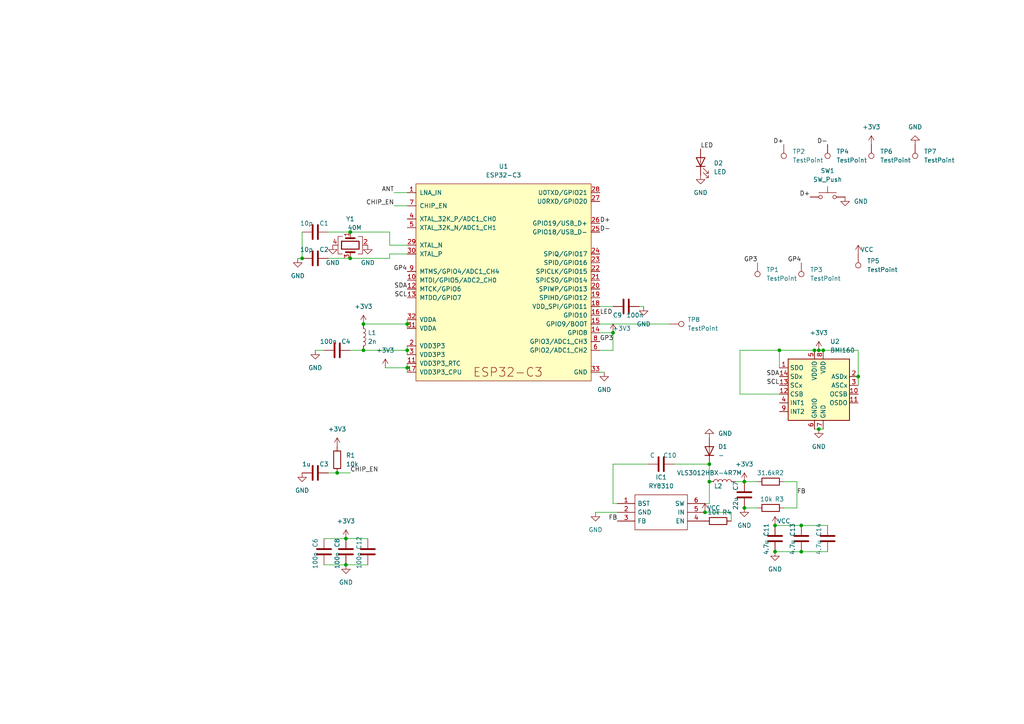
<source format=kicad_sch>
(kicad_sch (version 20211123) (generator eeschema)
  (paper "A4")
  (lib_symbols
    (symbol "Connector:TestPoint" (pin_numbers hide) (pin_names (offset 0.762) hide)
      (property "Reference" "TP" (at 0 6.858 0))
      (property "Value" "TestPoint" (at 0 5.08 0))
      (symbol "TestPoint_0_1"
        (circle (center 0 3.302) (radius 0.762))
      )
      (symbol "TestPoint_1_1"
        (pin passive line (at 0 0 90) (length 2.54) (name "1") (number "1"))
      )
    )
    (symbol "Device:C" (pin_numbers hide) (pin_names (offset 0.254))
      (property "Reference" "C" (at 0.635 2.54 0))
      (property "Value" "C" (at 0.635 -2.54 0))
      (symbol "C_0_1"
        (polyline (pts (xy -2.032 -0.762) (xy 2.032 -0.762)) (stroke (width 0.508)))
        (polyline (pts (xy -2.032 0.762) (xy 2.032 0.762)) (stroke (width 0.508)))
      )
      (symbol "C_1_1"
        (pin passive line (at 0 3.81 270) (length 2.794) (name "~") (number "1"))
        (pin passive line (at 0 -3.81 90) (length 2.794) (name "~") (number "2"))
      )
    )
    (symbol "Device:Crystal_GND24" (pin_names (offset 1.016) hide)
      (property "Reference" "Y" (at 3.175 5.08 0))
      (property "Value" "Crystal_GND24" (at 3.175 3.175 0))
      (symbol "Crystal_GND24_0_1"
        (rectangle (start -1.143 2.54) (end 1.143 -2.54) (stroke (width 0.3048)))
        (polyline (pts (xy -2.54 0) (xy -2.032 0)))
        (polyline (pts (xy -2.032 -1.27) (xy -2.032 1.27)) (stroke (width 0.508)))
        (polyline (pts (xy 0 -3.81) (xy 0 -3.556)))
        (polyline (pts (xy 0 3.556) (xy 0 3.81)))
        (polyline (pts (xy 2.032 -1.27) (xy 2.032 1.27)) (stroke (width 0.508)))
        (polyline (pts (xy 2.032 0) (xy 2.54 0)))
        (polyline (pts (xy -2.54 -2.286) (xy -2.54 -3.556) (xy 2.54 -3.556) (xy 2.54 -2.286)))
        (polyline (pts (xy -2.54 2.286) (xy -2.54 3.556) (xy 2.54 3.556) (xy 2.54 2.286)))
      )
      (symbol "Crystal_GND24_1_1"
        (pin passive line (at -3.81 0 0) (length 1.27) (name "1") (number "1"))
        (pin passive line (at 0 5.08 270) (length 1.27) (name "2") (number "2"))
        (pin passive line (at 3.81 0 180) (length 1.27) (name "3") (number "3"))
        (pin passive line (at 0 -5.08 90) (length 1.27) (name "4") (number "4"))
      )
    )
    (symbol "Device:D" (pin_numbers hide) (pin_names (offset 1.016) hide)
      (property "Reference" "D" (at 0 2.54 0))
      (property "Value" "D" (at 0 -2.54 0))
      (symbol "D_0_1"
        (polyline (pts (xy -1.27 1.27) (xy -1.27 -1.27)) (stroke (width 0.254)))
        (polyline (pts (xy 1.27 0) (xy -1.27 0)))
        (polyline (pts (xy 1.27 1.27) (xy 1.27 -1.27) (xy -1.27 0) (xy 1.27 1.27)) (stroke (width 0.254)))
      )
      (symbol "D_1_1"
        (pin passive line (at -3.81 0 0) (length 2.54) (name "K") (number "1"))
        (pin passive line (at 3.81 0 180) (length 2.54) (name "A") (number "2"))
      )
    )
    (symbol "Device:L" (pin_numbers hide) (pin_names (offset 1.016) hide)
      (property "Reference" "L" (at -1.27 0 90))
      (property "Value" "L" (at 1.905 0 90))
      (symbol "L_0_1"
        (arc (start 0 -2.54) (mid 0.635 -1.905) (end 0 -1.27))
        (arc (start 0 -1.27) (mid 0.635 -0.635) (end 0 0))
        (arc (start 0 0) (mid 0.635 0.635) (end 0 1.27))
        (arc (start 0 1.27) (mid 0.635 1.905) (end 0 2.54))
      )
      (symbol "L_1_1"
        (pin passive line (at 0 3.81 270) (length 1.27) (name "1") (number "1"))
        (pin passive line (at 0 -3.81 90) (length 1.27) (name "2") (number "2"))
      )
    )
    (symbol "Device:LED" (pin_numbers hide) (pin_names (offset 1.016) hide)
      (property "Reference" "D" (at 0 2.54 0))
      (property "Value" "LED" (at 0 -2.54 0))
      (symbol "LED_0_1"
        (polyline (pts (xy -1.27 -1.27) (xy -1.27 1.27)) (stroke (width 0.254)))
        (polyline (pts (xy -1.27 0) (xy 1.27 0)))
        (polyline (pts (xy 1.27 -1.27) (xy 1.27 1.27) (xy -1.27 0) (xy 1.27 -1.27)) (stroke (width 0.254)))
        (polyline (pts (xy -3.048 -0.762) (xy -4.572 -2.286) (xy -3.81 -2.286) (xy -4.572 -2.286) (xy -4.572 -1.524)))
        (polyline (pts (xy -1.778 -0.762) (xy -3.302 -2.286) (xy -2.54 -2.286) (xy -3.302 -2.286) (xy -3.302 -1.524)))
      )
      (symbol "LED_1_1"
        (pin passive line (at -3.81 0 0) (length 2.54) (name "K") (number "1"))
        (pin passive line (at 3.81 0 180) (length 2.54) (name "A") (number "2"))
      )
    )
    (symbol "Device:R" (pin_numbers hide) (pin_names (offset 0))
      (property "Reference" "R" (at 2.032 0 90))
      (property "Value" "R" (at 0 0 90))
      (symbol "R_0_1"
        (rectangle (start -1.016 -2.54) (end 1.016 2.54) (stroke (width 0.254)))
      )
      (symbol "R_1_1"
        (pin passive line (at 0 3.81 270) (length 1.27) (name "~") (number "1"))
        (pin passive line (at 0 -3.81 90) (length 1.27) (name "~") (number "2"))
      )
    )
    (symbol "Sensor_Motion:BMI160"
      (property "Reference" "U" (at -10.16 8.89 0))
      (property "Value" "BMI160" (at 7.62 8.89 0))
      (symbol "BMI160_1_1"
        (rectangle (start -10.16 7.62) (end 7.62 -10.16) (stroke (width 0.254)) (fill (type background)))
        (pin bidirectional line (at -12.7 5.08 0) (length 2.54) (name "SDO") (number "1"))
        (pin bidirectional line (at 10.16 -2.54 180) (length 2.54) (name "OCSB") (number "10"))
        (pin bidirectional line (at 10.16 -5.08 180) (length 2.54) (name "OSDO") (number "11"))
        (pin input line (at -12.7 -2.54 0) (length 2.54) (name "CSB") (number "12"))
        (pin input line (at -12.7 0 0) (length 2.54) (name "SCx") (number "13"))
        (pin bidirectional line (at -12.7 2.54 0) (length 2.54) (name "SDx") (number "14"))
        (pin bidirectional line (at 10.16 2.54 180) (length 2.54) (name "ASDx") (number "2"))
        (pin output line (at 10.16 0 180) (length 2.54) (name "ASCx") (number "3"))
        (pin bidirectional line (at -12.7 -5.08 0) (length 2.54) (name "INT1") (number "4"))
        (pin power_in line (at -2.54 10.16 270) (length 2.54) (name "VDDIO") (number "5"))
        (pin power_in line (at -2.54 -12.7 90) (length 2.54) (name "GNDIO") (number "6"))
        (pin power_in line (at 0 -12.7 90) (length 2.54) (name "GND") (number "7"))
        (pin power_in line (at 0 10.16 270) (length 2.54) (name "VDD") (number "8"))
        (pin bidirectional line (at -12.7 -7.62 0) (length 2.54) (name "INT2") (number "9"))
      )
    )
    (symbol "Switch:SW_Push" (pin_numbers hide) (pin_names (offset 1.016) hide)
      (property "Reference" "SW" (at 1.27 2.54 0))
      (property "Value" "SW_Push" (at 0 -1.524 0))
      (symbol "SW_Push_0_1"
        (circle (center -2.032 0) (radius 0.508))
        (polyline (pts (xy 0 1.27) (xy 0 3.048)))
        (polyline (pts (xy 2.54 1.27) (xy -2.54 1.27)))
        (circle (center 2.032 0) (radius 0.508))
        (pin passive line (at -5.08 0 0) (length 2.54) (name "1") (number "1"))
        (pin passive line (at 5.08 0 180) (length 2.54) (name "2") (number "2"))
      )
    )
    (symbol "espressif:ESP32-C3" (pin_names (offset 1.016))
      (property "Reference" "U" (at 0 31.75 0))
      (property "Value" "ESP32-C3" (at 0 -27.94 0))
      (symbol "ESP32-C3_0_0"
        (text "ESP32-C3" (at 1.27 -24.13 0) (effects (font (size 2.54 2.54))))
        (pin bidirectional line (at -27.94 27.94 0) (length 2.54) (name "LNA_IN") (number "1"))
        (pin bidirectional line (at -27.94 2.54 0) (length 2.54) (name "MTDI/GPIO5/ADC2_CH0") (number "10"))
        (pin power_in line (at -27.94 -21.59 0) (length 2.54) (name "VDD3P3_RTC") (number "11"))
        (pin bidirectional line (at -27.94 0 0) (length 2.54) (name "MTCK/GPIO6") (number "12"))
        (pin bidirectional line (at -27.94 -2.54 0) (length 2.54) (name "MTDO/GPIO7") (number "13"))
        (pin bidirectional line (at 27.94 -12.7 180) (length 2.54) (name "GPIO8") (number "14"))
        (pin bidirectional line (at 27.94 -10.16 180) (length 2.54) (name "GPIO9/BOOT") (number "15"))
        (pin bidirectional line (at 27.94 -7.62 180) (length 2.54) (name "GPIO10") (number "16"))
        (pin power_in line (at -27.94 -24.13 0) (length 2.54) (name "VDD3P3_CPU") (number "17"))
        (pin bidirectional line (at 27.94 -5.08 180) (length 2.54) (name "VDD_SPI/GPIO11") (number "18"))
        (pin bidirectional line (at 27.94 -2.54 180) (length 2.54) (name "SPIHD/GPIO12") (number "19"))
        (pin power_in line (at -27.94 -16.51 0) (length 2.54) (name "VDD3P3") (number "2"))
        (pin bidirectional line (at 27.94 0 180) (length 2.54) (name "SPIWP/GPIO13") (number "20"))
        (pin bidirectional line (at 27.94 2.54 180) (length 2.54) (name "SPICS0/GPIO14") (number "21"))
        (pin bidirectional line (at 27.94 5.08 180) (length 2.54) (name "SPICLK/GPIO15") (number "22"))
        (pin bidirectional line (at 27.94 7.62 180) (length 2.54) (name "SPID/GPIO16") (number "23"))
        (pin bidirectional line (at 27.94 10.16 180) (length 2.54) (name "SPIQ/GPIO17") (number "24"))
        (pin bidirectional line (at 27.94 16.51 180) (length 2.54) (name "GPIO18/USB_D-") (number "25"))
        (pin bidirectional line (at 27.94 19.05 180) (length 2.54) (name "GPIO19/USB_D+") (number "26"))
        (pin bidirectional line (at 27.94 25.4 180) (length 2.54) (name "U0RXD/GPIO20") (number "27"))
        (pin bidirectional line (at 27.94 27.94 180) (length 2.54) (name "U0TXD/GPIO21") (number "28"))
        (pin output line (at -27.94 12.7 0) (length 2.54) (name "XTAL_N") (number "29"))
        (pin power_in line (at -27.94 -19.05 0) (length 2.54) (name "VDD3P3") (number "3"))
        (pin input line (at -27.94 10.16 0) (length 2.54) (name "XTAL_P") (number "30"))
        (pin power_in line (at -27.94 -11.43 0) (length 2.54) (name "VDDA") (number "31"))
        (pin power_in line (at -27.94 -8.89 0) (length 2.54) (name "VDDA") (number "32"))
        (pin power_in line (at 27.94 -24.13 180) (length 2.54) (name "GND") (number "33"))
        (pin output line (at -27.94 20.32 0) (length 2.54) (name "XTAL_32K_P/ADC1_CH0") (number "4"))
        (pin input line (at -27.94 17.78 0) (length 2.54) (name "XTAL_32K_N/ADC1_CH1") (number "5"))
        (pin bidirectional line (at 27.94 -17.78 180) (length 2.54) (name "GPIO2/ADC1_CH2") (number "6"))
        (pin input line (at -27.94 24.13 0) (length 2.54) (name "CHIP_EN") (number "7"))
        (pin bidirectional line (at 27.94 -15.24 180) (length 2.54) (name "GPIO3/ADC1_CH3") (number "8"))
        (pin bidirectional line (at -27.94 5.08 0) (length 2.54) (name "MTMS/GPIO4/ADC1_CH4") (number "9"))
      )
      (symbol "ESP32-C3_0_1"
        (rectangle (start -25.4 30.48) (end 25.4 -26.67) (fill (type background)))
      )
    )
    (symbol "mp2359:MP2359DJ-LF-Z" (pin_names (offset 0.762))
      (property "Reference" "IC" (at 21.59 7.62 0))
      (property "Value" "MP2359DJ-LF-Z" (at 21.59 5.08 0))
      (symbol "MP2359DJ-LF-Z_0_0"
        (pin passive line (at 0 0 0) (length 5.08) (name "BST") (number "1"))
        (pin passive line (at 0 -2.54 0) (length 5.08) (name "GND") (number "2"))
        (pin passive line (at 0 -5.08 0) (length 5.08) (name "FB") (number "3"))
        (pin passive line (at 25.4 -5.08 180) (length 5.08) (name "EN") (number "4"))
        (pin passive line (at 25.4 -2.54 180) (length 5.08) (name "IN") (number "5"))
        (pin passive line (at 25.4 0 180) (length 5.08) (name "SW") (number "6"))
      )
      (symbol "MP2359DJ-LF-Z_0_1"
        (polyline (pts (xy 5.08 2.54) (xy 20.32 2.54) (xy 20.32 -7.62) (xy 5.08 -7.62) (xy 5.08 2.54)) (stroke (width 0.1524)))
      )
    )
    (symbol "power:+3V3" (power) (pin_names (offset 0))
      (property "Value" "+3V3" (at 0 3.556 0))
      (symbol "+3V3_0_1"
        (polyline (pts (xy -0.762 1.27) (xy 0 2.54)))
        (polyline (pts (xy 0 0) (xy 0 2.54)))
        (polyline (pts (xy 0 2.54) (xy 0.762 1.27)))
      )
      (symbol "+3V3_1_1"
        (pin power_in line (at 0 0 90) (length 0) hide (name "+3V3") (number "1"))
      )
    )
    (symbol "power:GND" (power) (pin_names (offset 0))
      (property "Value" "GND" (at 0 -3.81 0))
      (symbol "GND_0_1"
        (polyline (pts (xy 0 0) (xy 0 -1.27) (xy 1.27 -1.27) (xy 0 -2.54) (xy -1.27 -1.27) (xy 0 -1.27)))
      )
      (symbol "GND_1_1"
        (pin power_in line (at 0 0 270) (length 0) hide (name "GND") (number "1"))
      )
    )
    (symbol "power:VCC" (power) (pin_names (offset 0))
      (property "Value" "VCC" (at 0 3.81 0))
      (symbol "VCC_0_1"
        (polyline (pts (xy -0.762 1.27) (xy 0 2.54)))
        (polyline (pts (xy 0 0) (xy 0 2.54)))
        (polyline (pts (xy 0 2.54) (xy 0.762 1.27)))
      )
      (symbol "VCC_1_1"
        (pin power_in line (at 0 0 90) (length 0) hide (name "VCC") (number "1"))
      )
    )
  )
  (junction (at 232.41 152.4))
  (junction (at 215.9 147.32))
  (junction (at 205.74 134.62))
  (junction (at 237.49 124.46))
  (junction (at 101.6 74.93))
  (junction (at 105.41 101.6))
  (junction (at 105.41 93.98))
  (junction (at 236.22 101.6))
  (junction (at 215.9 139.7))
  (junction (at 118.11 106.68))
  (junction (at 237.49 101.6))
  (junction (at 118.11 93.98))
  (junction (at 87.63 74.93))
  (junction (at 118.11 101.6))
  (junction (at 177.8 96.52))
  (junction (at 100.33 163.83))
  (junction (at 224.79 152.4))
  (junction (at 97.79 137.16))
  (junction (at 238.76 101.6))
  (junction (at 232.41 160.02))
  (junction (at 205.74 139.7))
  (junction (at 100.33 156.21))
  (junction (at 248.92 109.22))
  (junction (at 224.79 160.02))
  (junction (at 204.47 148.59))
  (junction (at 226.06 101.6))
  (junction (at 101.6 67.31))
  (wire (pts (xy 111.76 106.68) (xy 118.11 106.68)))
  (wire (pts (xy 114.3 59.69) (xy 118.11 59.69)))
  (wire (pts (xy 100.33 163.83) (xy 106.68 163.83)))
  (wire (pts (xy 214.63 114.3) (xy 214.63 101.6)))
  (wire (pts (xy 173.99 93.98) (xy 194.31 93.98)))
  (wire (pts (xy 100.33 156.21) (xy 106.68 156.21)))
  (wire (pts (xy 215.9 139.7) (xy 219.71 139.7)))
  (wire (pts (xy 114.3 55.88) (xy 118.11 55.88)))
  (wire (pts (xy 212.09 148.59) (xy 212.09 151.13)))
  (wire (pts (xy 113.03 73.66) (xy 113.03 74.93)))
  (wire (pts (xy 248.92 109.22) (xy 248.92 101.6)))
  (wire (pts (xy 177.8 101.6) (xy 177.8 96.52)))
  (wire (pts (xy 236.22 124.46) (xy 237.49 124.46)))
  (wire (pts (xy 95.25 137.16) (xy 97.79 137.16)))
  (wire (pts (xy 95.25 67.31) (xy 101.6 67.31)))
  (wire (pts (xy 248.92 101.6) (xy 238.76 101.6)))
  (wire (pts (xy 87.63 67.31) (xy 87.63 74.93)))
  (wire (pts (xy 224.79 160.02) (xy 232.41 160.02)))
  (wire (pts (xy 205.74 146.05) (xy 204.47 146.05)))
  (wire (pts (xy 226.06 114.3) (xy 214.63 114.3)))
  (wire (pts (xy 101.6 67.31) (xy 113.03 67.31)))
  (wire (pts (xy 205.74 139.7) (xy 205.74 146.05)))
  (wire (pts (xy 205.74 134.62) (xy 205.74 139.7)))
  (wire (pts (xy 173.99 96.52) (xy 177.8 96.52)))
  (wire (pts (xy 173.99 88.9) (xy 177.8 88.9)))
  (wire (pts (xy 224.79 152.4) (xy 232.41 152.4)))
  (wire (pts (xy 248.92 109.22) (xy 248.92 111.76)))
  (wire (pts (xy 118.11 93.98) (xy 118.11 95.25)))
  (wire (pts (xy 187.96 134.62) (xy 177.8 134.62)))
  (wire (pts (xy 237.49 124.46) (xy 238.76 124.46)))
  (wire (pts (xy 213.36 139.7) (xy 215.9 139.7)))
  (wire (pts (xy 101.6 101.6) (xy 105.41 101.6)))
  (wire (pts (xy 231.14 139.7) (xy 231.14 147.32)))
  (wire (pts (xy 118.11 73.66) (xy 113.03 73.66)))
  (wire (pts (xy 93.98 156.21) (xy 100.33 156.21)))
  (wire (pts (xy 113.03 71.12) (xy 113.03 67.31)))
  (wire (pts (xy 91.44 101.6) (xy 93.98 101.6)))
  (wire (pts (xy 226.06 106.68) (xy 226.06 101.6)))
  (wire (pts (xy 105.41 93.98) (xy 118.11 93.98)))
  (wire (pts (xy 118.11 100.33) (xy 118.11 101.6)))
  (wire (pts (xy 237.49 101.6) (xy 238.76 101.6)))
  (wire (pts (xy 227.33 139.7) (xy 231.14 139.7)))
  (wire (pts (xy 105.41 101.6) (xy 118.11 101.6)))
  (wire (pts (xy 226.06 101.6) (xy 236.22 101.6)))
  (wire (pts (xy 204.47 148.59) (xy 212.09 148.59)))
  (wire (pts (xy 86.36 74.93) (xy 87.63 74.93)))
  (wire (pts (xy 195.58 134.62) (xy 205.74 134.62)))
  (wire (pts (xy 97.79 137.16) (xy 101.6 137.16)))
  (wire (pts (xy 118.11 92.71) (xy 118.11 93.98)))
  (wire (pts (xy 232.41 152.4) (xy 240.03 152.4)))
  (wire (pts (xy 214.63 101.6) (xy 226.06 101.6)))
  (wire (pts (xy 118.11 71.12) (xy 113.03 71.12)))
  (wire (pts (xy 185.42 88.9) (xy 186.69 88.9)))
  (wire (pts (xy 177.8 146.05) (xy 179.07 146.05)))
  (wire (pts (xy 236.22 101.6) (xy 237.49 101.6)))
  (wire (pts (xy 175.26 107.95) (xy 173.99 107.95)))
  (wire (pts (xy 118.11 106.68) (xy 118.11 107.95)))
  (wire (pts (xy 215.9 147.32) (xy 219.71 147.32)))
  (wire (pts (xy 231.14 147.32) (xy 227.33 147.32)))
  (wire (pts (xy 101.6 74.93) (xy 113.03 74.93)))
  (wire (pts (xy 118.11 105.41) (xy 118.11 106.68)))
  (wire (pts (xy 173.99 101.6) (xy 177.8 101.6)))
  (wire (pts (xy 172.72 148.59) (xy 179.07 148.59)))
  (wire (pts (xy 93.98 163.83) (xy 100.33 163.83)))
  (wire (pts (xy 177.8 134.62) (xy 177.8 146.05)))
  (wire (pts (xy 118.11 101.6) (xy 118.11 102.87)))
  (wire (pts (xy 232.41 160.02) (xy 240.03 160.02)))
  (wire (pts (xy 95.25 74.93) (xy 101.6 74.93)))
  (label "D+" (at 173.99 64.77 0))
  (label "SDA" (at 226.06 109.22 180))
  (label "D-" (at 240.03 41.91 180))
  (label "SCL" (at 118.11 86.36 180))
  (label "LED" (at 203.2 43.18 0))
  (label "FB" (at 231.14 143.51 0))
  (label "D-" (at 173.99 67.31 0))
  (label "FB" (at 179.07 151.13 180))
  (label "GP4" (at 118.11 78.74 180))
  (label "D+" (at 227.33 41.91 180))
  (label "SDA" (at 118.11 83.82 180))
  (label "CHIP_EN" (at 101.6 137.16 0))
  (label "D+" (at 234.95 57.15 180))
  (label "GP4" (at 232.41 76.2 180))
  (label "GP3" (at 173.99 99.06 0))
  (label "CHIP_EN" (at 114.3 59.69 180))
  (label "ANT" (at 114.3 55.88 180))
  (label "SCL" (at 226.06 111.76 180))
  (label "LED" (at 173.99 91.44 0))
  (label "GP3" (at 219.71 76.2 180))
  (symbol (lib_id "power:GND") (at 186.69 88.9 0) (unit 1)
    (property "Reference" "#PWR0116" (effects hide))
    (property "Value" "GND" (at 186.69 93.98 0))
  )
  (symbol (lib_id "Connector:TestPoint") (at 240.03 41.91 180) (unit 1)
    (property "Reference" "TP4" (at 242.57 43.9419 0) (effects (justify right)))
    (property "Value" "TestPoint" (at 242.57 46.4819 0) (effects (justify right)))
    (property "Footprint" "TestPoint:TestPoint_Pad_1.0x1.0mm" (effects hide))
  )
  (symbol (lib_id "power:GND") (at 87.63 137.16 0) (unit 1)
    (property "Reference" "#PWR0107" (effects hide))
    (property "Value" "GND" (at 87.63 142.24 0))
  )
  (symbol (lib_id "espressif:ESP32-C3") (at 146.05 83.82 0) (unit 1)
    (property "Reference" "U1" (at 146.05 48.26 0))
    (property "Value" "ESP32-C3" (at 146.05 50.8 0))
    (property "Footprint" "Package_DFN_QFN:QFN-32-1EP_5x5mm_P0.5mm_EP3.45x3.45mm" (effects hide))
    (property "Datasheet" "https://www.espressif.com/sites/default/files/documentation/esp32-c3_datasheet_en.pdf" (effects hide))
  )
  (symbol (lib_id "Device:R") (at 208.28 151.13 90) (unit 1)
    (property "Reference" "R4" (at 210.82 148.59 90))
    (property "Value" "10k" (at 207.01 148.59 90))
    (property "Footprint" "Resistor_SMD:R_0402_1005Metric" (effects hide))
  )
  (symbol (lib_id "power:+3V3") (at 237.49 101.6 0) (unit 1)
    (property "Reference" "#PWR0114" (effects hide))
    (property "Value" "+3V3" (at 237.49 96.52 0))
  )
  (symbol (lib_id "Device:R") (at 97.79 133.35 0) (unit 1)
    (property "Reference" "R1" (at 100.33 132.0799 0) (effects (justify left)))
    (property "Value" "10k" (at 100.33 134.6199 0) (effects (justify left)))
    (property "Footprint" "Resistor_SMD:R_0402_1005Metric" (effects hide))
  )
  (symbol (lib_id "power:GND") (at 203.2 50.8 0) (unit 1)
    (property "Reference" "#PWR0123" (effects hide))
    (property "Value" "GND" (at 203.2 55.88 0))
  )
  (symbol (lib_id "Connector:TestPoint") (at 248.92 73.66 180) (unit 1)
    (property "Reference" "TP5" (at 251.46 75.6919 0) (effects (justify right)))
    (property "Value" "TestPoint" (at 251.46 78.2319 0) (effects (justify right)))
    (property "Footprint" "TestPoint:TestPoint_Pad_1.0x1.0mm" (effects hide))
  )
  (symbol (lib_id "Device:D") (at 205.74 130.81 90) (unit 1) (in_bom no)
    (property "Reference" "D1" (at 208.28 129.5399 90) (effects (justify right)))
    (property "Value" "-" (at 208.28 132.0799 90) (effects (justify right)))
    (property "Footprint" "Diode_SMD:D_SOD-523" (effects hide))
  )
  (symbol (lib_id "mp2359:MP2359DJ-LF-Z") (at 179.07 146.05 0) (unit 1)
    (property "Reference" "IC1" (at 191.77 138.43 0))
    (property "Value" "RY8310" (at 191.77 140.97 0))
    (property "Footprint" "Package_TO_SOT_SMD:SOT-23-6" (effects hide))
    (property "Datasheet" "https://datasheet.datasheetarchive.com/originals/distributors/Datasheets_SAMA/89d986a89c59d1844ef77b6f65b8a4d2.pdf" (effects hide))
    (property "Description" "Voltage Regulators - Switching Regulators 1A 24V 1.4MHz Non-sync Buck" (effects hide))
    (property "Height" "1" (effects hide))
    (property "Mouser Part Number" "946-MP2359DJLFZ" (effects hide))
    (property "Mouser Price/Stock" "https://www.mouser.co.uk/ProductDetail/Monolithic-Power-Systems-MPS/MP2359DJ-LF-Z?qs=rC7bBWoQAAkgAaURxgQSyA%3D%3D" (effects hide))
    (property "Manufacturer_Name" "Monolithic Power Systems (MPS)" (effects hide))
    (property "Manufacturer_Part_Number" "MP2359DJ-LF-Z" (effects hide))
  )
  (symbol (lib_id "Device:C") (at 100.33 160.02 180) (unit 1)
    (property "Reference" "C8" (at 97.79 157.48 90))
    (property "Value" "100n" (at 97.79 162.56 90))
    (property "Footprint" "Capacitor_SMD:C_0402_1005Metric" (effects hide))
  )
  (symbol (lib_id "Device:C") (at 232.41 156.21 180) (unit 1)
    (property "Reference" "C13" (at 229.87 153.67 90))
    (property "Value" "4.7u" (at 229.87 158.75 90))
    (property "Footprint" "Capacitor_SMD:C_0603_1608Metric" (effects hide))
  )
  (symbol (lib_id "power:GND") (at 100.33 163.83 0) (unit 1)
    (property "Reference" "#PWR0113" (effects hide))
    (property "Value" "GND" (at 100.33 168.91 0))
  )
  (symbol (lib_id "Device:C") (at 240.03 156.21 180) (unit 1)
    (property "Reference" "C14" (at 237.49 153.67 90))
    (property "Value" "4.7u" (at 237.49 158.75 90))
    (property "Footprint" "Capacitor_SMD:C_0603_1608Metric" (effects hide))
  )
  (symbol (lib_id "power:GND") (at 106.68 71.12 0) (unit 1)
    (property "Reference" "#PWR0109" (effects hide))
    (property "Value" "GND" (at 106.68 76.2 0))
  )
  (symbol (lib_id "power:+3V3") (at 177.8 96.52 0) (unit 1)
    (property "Reference" "#PWR0117" (effects hide))
    (property "Value" "+3V3" (at 180.34 95.25 0))
  )
  (symbol (lib_id "power:+3V3") (at 111.76 106.68 0) (unit 1)
    (property "Reference" "#PWR0104" (effects hide))
    (property "Value" "+3V3" (at 111.76 101.6 0))
  )
  (symbol (lib_id "Connector:TestPoint") (at 194.31 93.98 270) (unit 1)
    (property "Reference" "TP8" (at 199.39 92.7099 90) (effects (justify left)))
    (property "Value" "TestPoint" (at 199.39 95.2499 90) (effects (justify left)))
    (property "Footprint" "TestPoint:TestPoint_Pad_1.0x1.0mm" (effects hide))
  )
  (symbol (lib_id "Device:LED") (at 203.2 46.99 90) (unit 1)
    (property "Reference" "D2" (at 207.01 47.3074 90) (effects (justify right)))
    (property "Value" "LED" (at 207.01 49.8474 90) (effects (justify right)))
    (property "Footprint" "LED_SMD:LED_0603_1608Metric" (effects hide))
  )
  (symbol (lib_id "Device:C") (at 106.68 160.02 180) (unit 1)
    (property "Reference" "C12" (at 104.14 157.48 90))
    (property "Value" "100n" (at 104.14 162.56 90))
    (property "Footprint" "Capacitor_SMD:C_0402_1005Metric" (effects hide))
  )
  (symbol (lib_id "Device:C") (at 215.9 143.51 180) (unit 1)
    (property "Reference" "C7" (at 213.36 140.97 90))
    (property "Value" "22u" (at 213.36 146.05 90))
    (property "Footprint" "Capacitor_SMD:C_0603_1608Metric" (effects hide))
  )
  (symbol (lib_id "power:GND") (at 224.79 160.02 0) (unit 1)
    (property "Reference" "#PWR0120" (effects hide))
    (property "Value" "GND" (at 224.79 165.1 0))
  )
  (symbol (lib_id "power:+3V3") (at 100.33 156.21 0) (unit 1)
    (property "Reference" "#PWR0112" (effects hide))
    (property "Value" "+3V3" (at 100.33 151.13 0))
  )
  (symbol (lib_id "power:+3V3") (at 215.9 139.7 0) (unit 1)
    (property "Reference" "#PWR0119" (effects hide))
    (property "Value" "+3V3" (at 215.9 134.62 0))
  )
  (symbol (lib_id "power:VCC") (at 224.79 152.4 0) (unit 1)
    (property "Reference" "#PWR0125" (effects hide))
    (property "Value" "VCC" (at 227.33 151.13 0))
  )
  (symbol (lib_id "Sensor_Motion:BMI160") (at 238.76 111.76 0) (unit 1)
    (property "Reference" "U2" (at 240.7794 99.06 0) (effects (justify left)))
    (property "Value" "BMI160" (at 240.7794 101.6 0) (effects (justify left)))
    (property "Footprint" "Package_LGA:Bosch_LGA-14_3x2.5mm_P0.5mm" (effects hide))
    (property "Datasheet" "https://ae-bst.resource.bosch.com/media/_tech/media/datasheets/BST-BMI160-DS000.pdf" (effects hide))
  )
  (symbol (lib_id "power:GND") (at 172.72 148.59 0) (unit 1)
    (property "Reference" "#PWR0122" (effects hide))
    (property "Value" "GND" (at 172.72 153.67 0))
  )
  (symbol (lib_id "Device:C") (at 191.77 134.62 90) (unit 1)
    (property "Reference" "C10" (at 194.31 132.08 90))
    (property "Value" "C" (at 189.23 132.08 90))
    (property "Footprint" "Capacitor_SMD:C_0402_1005Metric" (effects hide))
  )
  (symbol (lib_id "Connector:TestPoint") (at 227.33 41.91 180) (unit 1)
    (property "Reference" "TP2" (at 229.87 43.9419 0) (effects (justify right)))
    (property "Value" "TestPoint" (at 229.87 46.4819 0) (effects (justify right)))
    (property "Footprint" "TestPoint:TestPoint_Pad_1.0x1.0mm" (effects hide))
  )
  (symbol (lib_id "power:GND") (at 245.11 57.15 0) (unit 1)
    (property "Reference" "#PWR0126" (effects hide))
    (property "Value" "GND" (at 247.65 58.4199 0) (effects (justify left)))
  )
  (symbol (lib_id "Device:Crystal_GND24") (at 101.6 71.12 270) (unit 1)
    (property "Reference" "Y1" (at 101.6 63.5 90))
    (property "Value" "40M" (at 102.87 66.04 90))
    (property "Footprint" "Crystal:Crystal_SMD_3225-4Pin_3.2x2.5mm" (effects hide))
  )
  (symbol (lib_id "Device:C") (at 224.79 156.21 180) (unit 1)
    (property "Reference" "C11" (at 222.25 153.67 90))
    (property "Value" "4.7u" (at 222.25 158.75 90))
    (property "Footprint" "Capacitor_SMD:C_0603_1608Metric" (effects hide))
  )
  (symbol (lib_id "Device:R") (at 223.52 147.32 90) (unit 1)
    (property "Reference" "R3" (at 226.06 144.78 90))
    (property "Value" "10k" (at 222.25 144.78 90))
    (property "Footprint" "Resistor_SMD:R_0402_1005Metric" (effects hide))
  )
  (symbol (lib_id "Device:C") (at 93.98 160.02 180) (unit 1)
    (property "Reference" "C6" (at 91.44 157.48 90))
    (property "Value" "100n" (at 91.44 162.56 90))
    (property "Footprint" "Capacitor_SMD:C_0402_1005Metric" (effects hide))
  )
  (symbol (lib_id "power:GND") (at 175.26 107.95 0) (unit 1)
    (property "Reference" "#PWR0105" (effects hide))
    (property "Value" "GND" (at 175.26 113.03 0))
  )
  (symbol (lib_id "power:+3V3") (at 252.73 41.91 0) (unit 1)
    (property "Reference" "#PWR0110" (effects hide))
    (property "Value" "+3V3" (at 252.73 36.83 0))
  )
  (symbol (lib_id "power:VCC") (at 204.47 148.59 0) (unit 1)
    (property "Reference" "#PWR0127" (effects hide))
    (property "Value" "VCC" (at 207.01 147.32 0))
  )
  (symbol (lib_id "Device:L") (at 209.55 139.7 90) (unit 1)
    (property "Reference" "L2" (at 208.28 140.97 90))
    (property "Value" "VLS3012HBX-4R7M" (at 205.74 137.16 90))
    (property "Footprint" "tdk_inductor:VLS3012" (effects hide))
  )
  (symbol (lib_id "power:GND") (at 86.36 74.93 0) (unit 1)
    (property "Reference" "#PWR0101" (effects hide))
    (property "Value" "GND" (at 86.36 80.01 0))
  )
  (symbol (lib_id "Connector:TestPoint") (at 219.71 76.2 180) (unit 1)
    (property "Reference" "TP1" (at 222.25 78.2319 0) (effects (justify right)))
    (property "Value" "TestPoint" (at 222.25 80.7719 0) (effects (justify right)))
    (property "Footprint" "TestPoint:TestPoint_Pad_1.0x1.0mm" (effects hide))
  )
  (symbol (lib_id "power:GND") (at 205.74 127 180) (unit 1)
    (property "Reference" "#PWR0118" (effects hide))
    (property "Value" "GND" (at 208.28 125.7299 0) (effects (justify right)))
  )
  (symbol (lib_id "Device:R") (at 223.52 139.7 90) (unit 1)
    (property "Reference" "R2" (at 226.06 137.16 90))
    (property "Value" "31.6k" (at 222.25 137.16 90))
    (property "Footprint" "Resistor_SMD:R_0402_1005Metric" (effects hide))
  )
  (symbol (lib_id "power:VCC") (at 248.92 73.66 0) (unit 1)
    (property "Reference" "#PWR0124" (effects hide))
    (property "Value" "VCC" (at 251.46 72.39 0))
  )
  (symbol (lib_id "Device:C") (at 97.79 101.6 90) (unit 1)
    (property "Reference" "C4" (at 100.33 99.06 90))
    (property "Value" "100n" (at 95.25 99.06 90))
    (property "Footprint" "Capacitor_SMD:C_0402_1005Metric" (effects hide))
  )
  (symbol (lib_id "Device:C") (at 91.44 74.93 90) (unit 1)
    (property "Reference" "C2" (at 93.98 72.39 90))
    (property "Value" "10p" (at 88.9 72.39 90))
    (property "Footprint" "Capacitor_SMD:C_0402_1005Metric" (effects hide))
  )
  (symbol (lib_id "Connector:TestPoint") (at 252.73 41.91 180) (unit 1)
    (property "Reference" "TP6" (at 255.27 43.9419 0) (effects (justify right)))
    (property "Value" "TestPoint" (at 255.27 46.4819 0) (effects (justify right)))
    (property "Footprint" "TestPoint:TestPoint_Pad_1.0x1.0mm" (effects hide))
  )
  (symbol (lib_id "power:+3V3") (at 97.79 129.54 0) (unit 1)
    (property "Reference" "#PWR0106" (effects hide))
    (property "Value" "+3V3" (at 97.79 124.46 0))
  )
  (symbol (lib_id "Device:C") (at 91.44 67.31 90) (unit 1)
    (property "Reference" "C1" (at 93.98 64.77 90))
    (property "Value" "10p" (at 88.9 64.77 90))
    (property "Footprint" "Capacitor_SMD:C_0402_1005Metric" (effects hide))
  )
  (symbol (lib_id "Device:C") (at 181.61 88.9 270) (unit 1)
    (property "Reference" "C9" (at 179.07 91.44 90))
    (property "Value" "100n" (at 184.15 91.44 90))
    (property "Footprint" "Capacitor_SMD:C_0402_1005Metric" (effects hide))
  )
  (symbol (lib_id "power:GND") (at 96.52 71.12 0) (unit 1)
    (property "Reference" "#PWR0108" (effects hide))
    (property "Value" "GND" (at 96.52 76.2 0))
  )
  (symbol (lib_id "Device:C") (at 91.44 137.16 90) (unit 1)
    (property "Reference" "C3" (at 93.98 134.62 90))
    (property "Value" "1u" (at 88.9 134.62 90))
    (property "Footprint" "Capacitor_SMD:C_0402_1005Metric" (effects hide))
  )
  (symbol (lib_id "power:GND") (at 91.44 101.6 0) (unit 1)
    (property "Reference" "#PWR0103" (effects hide))
    (property "Value" "GND" (at 91.44 106.68 0))
  )
  (symbol (lib_id "power:+3V3") (at 105.41 93.98 0) (unit 1)
    (property "Reference" "#PWR0102" (effects hide))
    (property "Value" "+3V3" (at 105.41 88.9 0))
  )
  (symbol (lib_id "power:GND") (at 237.49 124.46 0) (unit 1)
    (property "Reference" "#PWR0115" (effects hide))
    (property "Value" "GND" (at 237.49 129.54 0))
  )
  (symbol (lib_id "Connector:TestPoint") (at 265.43 41.91 180) (unit 1)
    (property "Reference" "TP7" (at 267.97 43.9419 0) (effects (justify right)))
    (property "Value" "TestPoint" (at 267.97 46.4819 0) (effects (justify right)))
    (property "Footprint" "TestPoint:TestPoint_Pad_1.0x1.0mm" (effects hide))
  )
  (symbol (lib_id "power:GND") (at 215.9 147.32 0) (unit 1)
    (property "Reference" "#PWR0121" (effects hide))
    (property "Value" "GND" (at 215.9 152.4 0))
  )
  (symbol (lib_id "Switch:SW_Push") (at 240.03 57.15 0) (unit 1)
    (property "Reference" "SW1" (at 240.03 49.53 0))
    (property "Value" "SW_Push" (at 240.03 52.07 0))
    (property "Footprint" "Button_Switch_SMD:SW_SPST_PTS810" (effects hide))
  )
  (symbol (lib_id "Device:L") (at 105.41 97.79 0) (unit 1)
    (property "Reference" "L1" (at 106.68 96.5199 0) (effects (justify left)))
    (property "Value" "2n" (at 106.68 99.0599 0) (effects (justify left)))
    (property "Footprint" "Inductor_SMD:L_0402_1005Metric" (effects hide))
  )
  (symbol (lib_id "power:GND") (at 265.43 41.91 180) (unit 1)
    (property "Reference" "#PWR0111" (effects hide))
    (property "Value" "GND" (at 265.43 36.83 0))
  )
  (symbol (lib_id "Connector:TestPoint") (at 232.41 76.2 180) (unit 1)
    (property "Reference" "TP3" (at 234.95 78.2319 0) (effects (justify right)))
    (property "Value" "TestPoint" (at 234.95 80.7719 0) (effects (justify right)))
    (property "Footprint" "TestPoint:TestPoint_Pad_1.0x1.0mm" (effects hide))
  )
)
</source>
